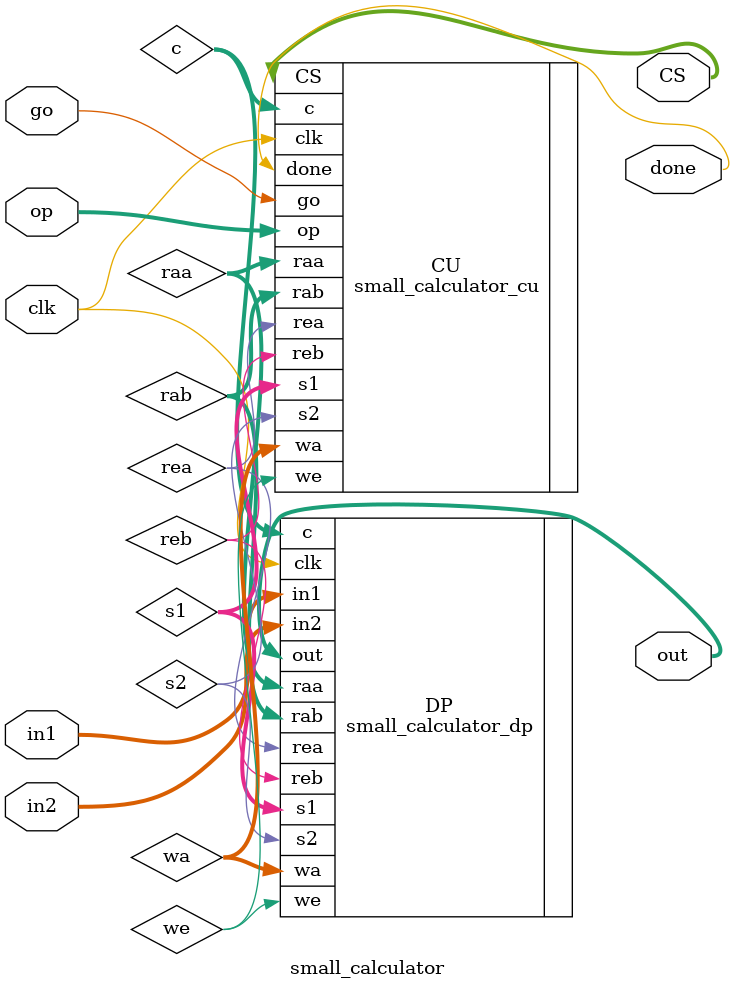
<source format=v>
`timescale 1ns/1ps

module small_calculator (
        input  wire       clk,
        input  wire       go,
        input  wire [1:0] op,
        input  wire [3:0] in1,
        input  wire [3:0] in2,
        output wire [3:0] out,
        output wire [2:0] CS,
        output wire       done
    );
    
    wire [1:0] s1;
    wire [1:0] wa;
    wire [1:0] raa;
    wire [1:0] rab;
    wire [1:0] c;

    wire we;
    wire rea;
    wire reb;
    wire s2;

    small_calculator_dp DP (
            .clk        (clk),
            .in1        (in1),
            .in2        (in2),
            .s1         (s1),
            .wa         (wa),
            .raa        (raa),
            .rab        (rab),
            .c          (c),
            .we         (we),
            .rea        (rea),
            .reb        (reb),
            .s2         (s2),
            .out        (out)
        );

    small_calculator_cu CU (
            .clk        (clk),
            .go         (go),
            .op         (op),
            .s1         (s1),
            .wa         (wa),
            .raa        (raa),
            .rab        (rab),
            .c          (c),
            .we         (we),
            .rea        (rea),
            .reb        (reb),
            .s2         (s2),
            .done       (done),
            .CS         (CS)
    );

    // Dump waves
    initial begin
        $dumpfile("small_calculator_waveform.vcd");
        $dumpvars(0, small_calculator);
    end

endmodule

</source>
